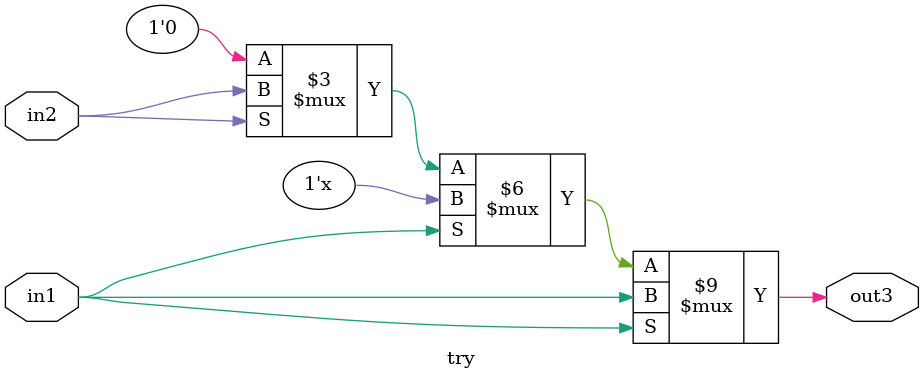
<source format=v>
module try (
    input  in1,
    input  in2,
    output reg out3
);

always@(*) begin
    if(in1) begin
        out3 = in1;
    end
    else if(in2) begin
        out3 = in2;
    end
    else 
        out3 = 0; 
end
endmodule

</source>
